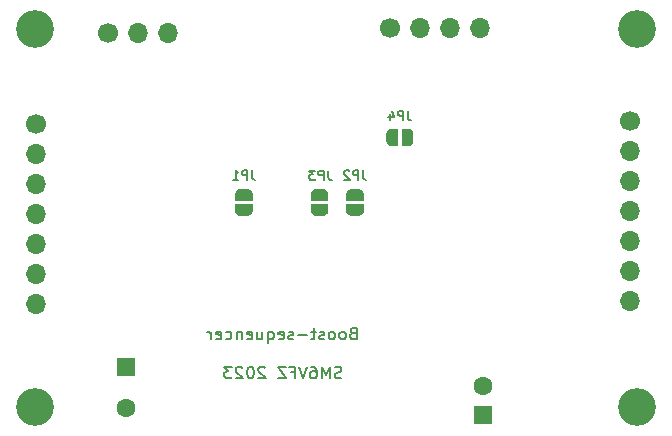
<source format=gbr>
%TF.GenerationSoftware,KiCad,Pcbnew,5.1.12-84ad8e8a86~92~ubuntu20.04.1*%
%TF.CreationDate,2023-10-24T12:46:34+02:00*%
%TF.ProjectId,boost_sequencer,626f6f73-745f-4736-9571-75656e636572,rev?*%
%TF.SameCoordinates,Original*%
%TF.FileFunction,Soldermask,Bot*%
%TF.FilePolarity,Negative*%
%FSLAX46Y46*%
G04 Gerber Fmt 4.6, Leading zero omitted, Abs format (unit mm)*
G04 Created by KiCad (PCBNEW 5.1.12-84ad8e8a86~92~ubuntu20.04.1) date 2023-10-24 12:46:34*
%MOMM*%
%LPD*%
G01*
G04 APERTURE LIST*
%ADD10C,0.150000*%
%ADD11O,1.700000X1.700000*%
%ADD12C,1.700000*%
%ADD13C,3.200000*%
%ADD14C,0.100000*%
%ADD15C,1.600000*%
%ADD16R,1.600000X1.600000*%
G04 APERTURE END LIST*
D10*
X395928571Y-133278571D02*
X395785714Y-133326190D01*
X395738095Y-133373809D01*
X395690476Y-133469047D01*
X395690476Y-133611904D01*
X395738095Y-133707142D01*
X395785714Y-133754761D01*
X395880952Y-133802380D01*
X396261904Y-133802380D01*
X396261904Y-132802380D01*
X395928571Y-132802380D01*
X395833333Y-132850000D01*
X395785714Y-132897619D01*
X395738095Y-132992857D01*
X395738095Y-133088095D01*
X395785714Y-133183333D01*
X395833333Y-133230952D01*
X395928571Y-133278571D01*
X396261904Y-133278571D01*
X395119047Y-133802380D02*
X395214285Y-133754761D01*
X395261904Y-133707142D01*
X395309523Y-133611904D01*
X395309523Y-133326190D01*
X395261904Y-133230952D01*
X395214285Y-133183333D01*
X395119047Y-133135714D01*
X394976190Y-133135714D01*
X394880952Y-133183333D01*
X394833333Y-133230952D01*
X394785714Y-133326190D01*
X394785714Y-133611904D01*
X394833333Y-133707142D01*
X394880952Y-133754761D01*
X394976190Y-133802380D01*
X395119047Y-133802380D01*
X394214285Y-133802380D02*
X394309523Y-133754761D01*
X394357142Y-133707142D01*
X394404761Y-133611904D01*
X394404761Y-133326190D01*
X394357142Y-133230952D01*
X394309523Y-133183333D01*
X394214285Y-133135714D01*
X394071428Y-133135714D01*
X393976190Y-133183333D01*
X393928571Y-133230952D01*
X393880952Y-133326190D01*
X393880952Y-133611904D01*
X393928571Y-133707142D01*
X393976190Y-133754761D01*
X394071428Y-133802380D01*
X394214285Y-133802380D01*
X393500000Y-133754761D02*
X393404761Y-133802380D01*
X393214285Y-133802380D01*
X393119047Y-133754761D01*
X393071428Y-133659523D01*
X393071428Y-133611904D01*
X393119047Y-133516666D01*
X393214285Y-133469047D01*
X393357142Y-133469047D01*
X393452380Y-133421428D01*
X393500000Y-133326190D01*
X393500000Y-133278571D01*
X393452380Y-133183333D01*
X393357142Y-133135714D01*
X393214285Y-133135714D01*
X393119047Y-133183333D01*
X392785714Y-133135714D02*
X392404761Y-133135714D01*
X392642857Y-132802380D02*
X392642857Y-133659523D01*
X392595238Y-133754761D01*
X392500000Y-133802380D01*
X392404761Y-133802380D01*
X392071428Y-133421428D02*
X391309523Y-133421428D01*
X390880952Y-133754761D02*
X390785714Y-133802380D01*
X390595238Y-133802380D01*
X390500000Y-133754761D01*
X390452380Y-133659523D01*
X390452380Y-133611904D01*
X390500000Y-133516666D01*
X390595238Y-133469047D01*
X390738095Y-133469047D01*
X390833333Y-133421428D01*
X390880952Y-133326190D01*
X390880952Y-133278571D01*
X390833333Y-133183333D01*
X390738095Y-133135714D01*
X390595238Y-133135714D01*
X390500000Y-133183333D01*
X389642857Y-133754761D02*
X389738095Y-133802380D01*
X389928571Y-133802380D01*
X390023809Y-133754761D01*
X390071428Y-133659523D01*
X390071428Y-133278571D01*
X390023809Y-133183333D01*
X389928571Y-133135714D01*
X389738095Y-133135714D01*
X389642857Y-133183333D01*
X389595238Y-133278571D01*
X389595238Y-133373809D01*
X390071428Y-133469047D01*
X388738095Y-133135714D02*
X388738095Y-134135714D01*
X388738095Y-133754761D02*
X388833333Y-133802380D01*
X389023809Y-133802380D01*
X389119047Y-133754761D01*
X389166666Y-133707142D01*
X389214285Y-133611904D01*
X389214285Y-133326190D01*
X389166666Y-133230952D01*
X389119047Y-133183333D01*
X389023809Y-133135714D01*
X388833333Y-133135714D01*
X388738095Y-133183333D01*
X387833333Y-133135714D02*
X387833333Y-133802380D01*
X388261904Y-133135714D02*
X388261904Y-133659523D01*
X388214285Y-133754761D01*
X388119047Y-133802380D01*
X387976190Y-133802380D01*
X387880952Y-133754761D01*
X387833333Y-133707142D01*
X386976190Y-133754761D02*
X387071428Y-133802380D01*
X387261904Y-133802380D01*
X387357142Y-133754761D01*
X387404761Y-133659523D01*
X387404761Y-133278571D01*
X387357142Y-133183333D01*
X387261904Y-133135714D01*
X387071428Y-133135714D01*
X386976190Y-133183333D01*
X386928571Y-133278571D01*
X386928571Y-133373809D01*
X387404761Y-133469047D01*
X386500000Y-133135714D02*
X386500000Y-133802380D01*
X386500000Y-133230952D02*
X386452380Y-133183333D01*
X386357142Y-133135714D01*
X386214285Y-133135714D01*
X386119047Y-133183333D01*
X386071428Y-133278571D01*
X386071428Y-133802380D01*
X385166666Y-133754761D02*
X385261904Y-133802380D01*
X385452380Y-133802380D01*
X385547619Y-133754761D01*
X385595238Y-133707142D01*
X385642857Y-133611904D01*
X385642857Y-133326190D01*
X385595238Y-133230952D01*
X385547619Y-133183333D01*
X385452380Y-133135714D01*
X385261904Y-133135714D01*
X385166666Y-133183333D01*
X384357142Y-133754761D02*
X384452380Y-133802380D01*
X384642857Y-133802380D01*
X384738095Y-133754761D01*
X384785714Y-133659523D01*
X384785714Y-133278571D01*
X384738095Y-133183333D01*
X384642857Y-133135714D01*
X384452380Y-133135714D01*
X384357142Y-133183333D01*
X384309523Y-133278571D01*
X384309523Y-133373809D01*
X384785714Y-133469047D01*
X383880952Y-133802380D02*
X383880952Y-133135714D01*
X383880952Y-133326190D02*
X383833333Y-133230952D01*
X383785714Y-133183333D01*
X383690476Y-133135714D01*
X383595238Y-133135714D01*
X394952380Y-137054761D02*
X394809523Y-137102380D01*
X394571428Y-137102380D01*
X394476190Y-137054761D01*
X394428571Y-137007142D01*
X394380952Y-136911904D01*
X394380952Y-136816666D01*
X394428571Y-136721428D01*
X394476190Y-136673809D01*
X394571428Y-136626190D01*
X394761904Y-136578571D01*
X394857142Y-136530952D01*
X394904761Y-136483333D01*
X394952380Y-136388095D01*
X394952380Y-136292857D01*
X394904761Y-136197619D01*
X394857142Y-136150000D01*
X394761904Y-136102380D01*
X394523809Y-136102380D01*
X394380952Y-136150000D01*
X393952380Y-137102380D02*
X393952380Y-136102380D01*
X393619047Y-136816666D01*
X393285714Y-136102380D01*
X393285714Y-137102380D01*
X392380952Y-136102380D02*
X392571428Y-136102380D01*
X392666666Y-136150000D01*
X392714285Y-136197619D01*
X392809523Y-136340476D01*
X392857142Y-136530952D01*
X392857142Y-136911904D01*
X392809523Y-137007142D01*
X392761904Y-137054761D01*
X392666666Y-137102380D01*
X392476190Y-137102380D01*
X392380952Y-137054761D01*
X392333333Y-137007142D01*
X392285714Y-136911904D01*
X392285714Y-136673809D01*
X392333333Y-136578571D01*
X392380952Y-136530952D01*
X392476190Y-136483333D01*
X392666666Y-136483333D01*
X392761904Y-136530952D01*
X392809523Y-136578571D01*
X392857142Y-136673809D01*
X392000000Y-136102380D02*
X391666666Y-137102380D01*
X391333333Y-136102380D01*
X390666666Y-136578571D02*
X391000000Y-136578571D01*
X391000000Y-137102380D02*
X391000000Y-136102380D01*
X390523809Y-136102380D01*
X390238095Y-136102380D02*
X389571428Y-136102380D01*
X390238095Y-137102380D01*
X389571428Y-137102380D01*
X388476190Y-136197619D02*
X388428571Y-136150000D01*
X388333333Y-136102380D01*
X388095238Y-136102380D01*
X388000000Y-136150000D01*
X387952380Y-136197619D01*
X387904761Y-136292857D01*
X387904761Y-136388095D01*
X387952380Y-136530952D01*
X388523809Y-137102380D01*
X387904761Y-137102380D01*
X387285714Y-136102380D02*
X387190476Y-136102380D01*
X387095238Y-136150000D01*
X387047619Y-136197619D01*
X387000000Y-136292857D01*
X386952380Y-136483333D01*
X386952380Y-136721428D01*
X387000000Y-136911904D01*
X387047619Y-137007142D01*
X387095238Y-137054761D01*
X387190476Y-137102380D01*
X387285714Y-137102380D01*
X387380952Y-137054761D01*
X387428571Y-137007142D01*
X387476190Y-136911904D01*
X387523809Y-136721428D01*
X387523809Y-136483333D01*
X387476190Y-136292857D01*
X387428571Y-136197619D01*
X387380952Y-136150000D01*
X387285714Y-136102380D01*
X386571428Y-136197619D02*
X386523809Y-136150000D01*
X386428571Y-136102380D01*
X386190476Y-136102380D01*
X386095238Y-136150000D01*
X386047619Y-136197619D01*
X386000000Y-136292857D01*
X386000000Y-136388095D01*
X386047619Y-136530952D01*
X386619047Y-137102380D01*
X386000000Y-137102380D01*
X385666666Y-136102380D02*
X385047619Y-136102380D01*
X385380952Y-136483333D01*
X385238095Y-136483333D01*
X385142857Y-136530952D01*
X385095238Y-136578571D01*
X385047619Y-136673809D01*
X385047619Y-136911904D01*
X385095238Y-137007142D01*
X385142857Y-137054761D01*
X385238095Y-137102380D01*
X385523809Y-137102380D01*
X385619047Y-137054761D01*
X385666666Y-137007142D01*
%TO.C,JP2*%
X396766666Y-119475904D02*
X396766666Y-120047333D01*
X396804761Y-120161619D01*
X396880952Y-120237809D01*
X396995238Y-120275904D01*
X397071428Y-120275904D01*
X396385714Y-120275904D02*
X396385714Y-119475904D01*
X396080952Y-119475904D01*
X396004761Y-119514000D01*
X395966666Y-119552095D01*
X395928571Y-119628285D01*
X395928571Y-119742571D01*
X395966666Y-119818761D01*
X396004761Y-119856857D01*
X396080952Y-119894952D01*
X396385714Y-119894952D01*
X395623809Y-119552095D02*
X395585714Y-119514000D01*
X395509523Y-119475904D01*
X395319047Y-119475904D01*
X395242857Y-119514000D01*
X395204761Y-119552095D01*
X395166666Y-119628285D01*
X395166666Y-119704476D01*
X395204761Y-119818761D01*
X395661904Y-120275904D01*
X395166666Y-120275904D01*
%TO.C,JP4*%
X400566666Y-114461904D02*
X400566666Y-115033333D01*
X400604761Y-115147619D01*
X400680952Y-115223809D01*
X400795238Y-115261904D01*
X400871428Y-115261904D01*
X400185714Y-115261904D02*
X400185714Y-114461904D01*
X399880952Y-114461904D01*
X399804761Y-114500000D01*
X399766666Y-114538095D01*
X399728571Y-114614285D01*
X399728571Y-114728571D01*
X399766666Y-114804761D01*
X399804761Y-114842857D01*
X399880952Y-114880952D01*
X400185714Y-114880952D01*
X399042857Y-114728571D02*
X399042857Y-115261904D01*
X399233333Y-114423809D02*
X399423809Y-114995238D01*
X398928571Y-114995238D01*
%TO.C,JP3*%
X393836666Y-119501904D02*
X393836666Y-120073333D01*
X393874761Y-120187619D01*
X393950952Y-120263809D01*
X394065238Y-120301904D01*
X394141428Y-120301904D01*
X393455714Y-120301904D02*
X393455714Y-119501904D01*
X393150952Y-119501904D01*
X393074761Y-119540000D01*
X393036666Y-119578095D01*
X392998571Y-119654285D01*
X392998571Y-119768571D01*
X393036666Y-119844761D01*
X393074761Y-119882857D01*
X393150952Y-119920952D01*
X393455714Y-119920952D01*
X392731904Y-119501904D02*
X392236666Y-119501904D01*
X392503333Y-119806666D01*
X392389047Y-119806666D01*
X392312857Y-119844761D01*
X392274761Y-119882857D01*
X392236666Y-119959047D01*
X392236666Y-120149523D01*
X392274761Y-120225714D01*
X392312857Y-120263809D01*
X392389047Y-120301904D01*
X392617619Y-120301904D01*
X392693809Y-120263809D01*
X392731904Y-120225714D01*
%TO.C,JP1*%
X387366666Y-119475904D02*
X387366666Y-120047333D01*
X387404761Y-120161619D01*
X387480952Y-120237809D01*
X387595238Y-120275904D01*
X387671428Y-120275904D01*
X386985714Y-120275904D02*
X386985714Y-119475904D01*
X386680952Y-119475904D01*
X386604761Y-119514000D01*
X386566666Y-119552095D01*
X386528571Y-119628285D01*
X386528571Y-119742571D01*
X386566666Y-119818761D01*
X386604761Y-119856857D01*
X386680952Y-119894952D01*
X386985714Y-119894952D01*
X385766666Y-120275904D02*
X386223809Y-120275904D01*
X385995238Y-120275904D02*
X385995238Y-119475904D01*
X386071428Y-119590190D01*
X386147619Y-119666380D01*
X386223809Y-119704476D01*
%TD*%
D11*
%TO.C,J2*%
X380280000Y-107900000D03*
X377740000Y-107900000D03*
D12*
X375200000Y-107900000D03*
%TD*%
D11*
%TO.C,J4*%
X419354000Y-130556000D03*
X419354000Y-128016000D03*
X419354000Y-125476000D03*
X419354000Y-122936000D03*
X419354000Y-120396000D03*
X419354000Y-117856000D03*
D12*
X419354000Y-115316000D03*
%TD*%
D11*
%TO.C,J1*%
X369062000Y-130810000D03*
X369062000Y-128270000D03*
X369062000Y-125730000D03*
X369062000Y-123190000D03*
X369062000Y-120650000D03*
X369062000Y-118110000D03*
D12*
X369062000Y-115570000D03*
%TD*%
D11*
%TO.C,J3*%
X406654000Y-107442000D03*
X404114000Y-107442000D03*
X401574000Y-107442000D03*
D12*
X399034000Y-107442000D03*
%TD*%
D13*
%TO.C,REF\u002A\u002A*%
X420000000Y-107500000D03*
%TD*%
%TO.C,REF\u002A\u002A*%
X369000000Y-139500000D03*
%TD*%
D14*
%TO.C,JP2*%
G36*
X396849398Y-122850000D02*
G01*
X396849398Y-122874534D01*
X396844588Y-122923365D01*
X396835016Y-122971490D01*
X396820772Y-123018445D01*
X396801995Y-123063778D01*
X396778864Y-123107051D01*
X396751604Y-123147850D01*
X396720476Y-123185779D01*
X396685779Y-123220476D01*
X396647850Y-123251604D01*
X396607051Y-123278864D01*
X396563778Y-123301995D01*
X396518445Y-123320772D01*
X396471490Y-123335016D01*
X396423365Y-123344588D01*
X396374534Y-123349398D01*
X396350000Y-123349398D01*
X396350000Y-123350000D01*
X395850000Y-123350000D01*
X395850000Y-123349398D01*
X395825466Y-123349398D01*
X395776635Y-123344588D01*
X395728510Y-123335016D01*
X395681555Y-123320772D01*
X395636222Y-123301995D01*
X395592949Y-123278864D01*
X395552150Y-123251604D01*
X395514221Y-123220476D01*
X395479524Y-123185779D01*
X395448396Y-123147850D01*
X395421136Y-123107051D01*
X395398005Y-123063778D01*
X395379228Y-123018445D01*
X395364984Y-122971490D01*
X395355412Y-122923365D01*
X395350602Y-122874534D01*
X395350602Y-122850000D01*
X395350000Y-122850000D01*
X395350000Y-122350000D01*
X396850000Y-122350000D01*
X396850000Y-122850000D01*
X396849398Y-122850000D01*
G37*
G36*
X395350000Y-122050000D02*
G01*
X395350000Y-121550000D01*
X395350602Y-121550000D01*
X395350602Y-121525466D01*
X395355412Y-121476635D01*
X395364984Y-121428510D01*
X395379228Y-121381555D01*
X395398005Y-121336222D01*
X395421136Y-121292949D01*
X395448396Y-121252150D01*
X395479524Y-121214221D01*
X395514221Y-121179524D01*
X395552150Y-121148396D01*
X395592949Y-121121136D01*
X395636222Y-121098005D01*
X395681555Y-121079228D01*
X395728510Y-121064984D01*
X395776635Y-121055412D01*
X395825466Y-121050602D01*
X395850000Y-121050602D01*
X395850000Y-121050000D01*
X396350000Y-121050000D01*
X396350000Y-121050602D01*
X396374534Y-121050602D01*
X396423365Y-121055412D01*
X396471490Y-121064984D01*
X396518445Y-121079228D01*
X396563778Y-121098005D01*
X396607051Y-121121136D01*
X396647850Y-121148396D01*
X396685779Y-121179524D01*
X396720476Y-121214221D01*
X396751604Y-121252150D01*
X396778864Y-121292949D01*
X396801995Y-121336222D01*
X396820772Y-121381555D01*
X396835016Y-121428510D01*
X396844588Y-121476635D01*
X396849398Y-121525466D01*
X396849398Y-121550000D01*
X396850000Y-121550000D01*
X396850000Y-122050000D01*
X395350000Y-122050000D01*
G37*
%TD*%
%TO.C,JP4*%
G36*
X399250000Y-117449398D02*
G01*
X399225466Y-117449398D01*
X399176635Y-117444588D01*
X399128510Y-117435016D01*
X399081555Y-117420772D01*
X399036222Y-117401995D01*
X398992949Y-117378864D01*
X398952150Y-117351604D01*
X398914221Y-117320476D01*
X398879524Y-117285779D01*
X398848396Y-117247850D01*
X398821136Y-117207051D01*
X398798005Y-117163778D01*
X398779228Y-117118445D01*
X398764984Y-117071490D01*
X398755412Y-117023365D01*
X398750602Y-116974534D01*
X398750602Y-116950000D01*
X398750000Y-116950000D01*
X398750000Y-116450000D01*
X398750602Y-116450000D01*
X398750602Y-116425466D01*
X398755412Y-116376635D01*
X398764984Y-116328510D01*
X398779228Y-116281555D01*
X398798005Y-116236222D01*
X398821136Y-116192949D01*
X398848396Y-116152150D01*
X398879524Y-116114221D01*
X398914221Y-116079524D01*
X398952150Y-116048396D01*
X398992949Y-116021136D01*
X399036222Y-115998005D01*
X399081555Y-115979228D01*
X399128510Y-115964984D01*
X399176635Y-115955412D01*
X399225466Y-115950602D01*
X399250000Y-115950602D01*
X399250000Y-115950000D01*
X399750000Y-115950000D01*
X399750000Y-117450000D01*
X399250000Y-117450000D01*
X399250000Y-117449398D01*
G37*
G36*
X400050000Y-115950000D02*
G01*
X400550000Y-115950000D01*
X400550000Y-115950602D01*
X400574534Y-115950602D01*
X400623365Y-115955412D01*
X400671490Y-115964984D01*
X400718445Y-115979228D01*
X400763778Y-115998005D01*
X400807051Y-116021136D01*
X400847850Y-116048396D01*
X400885779Y-116079524D01*
X400920476Y-116114221D01*
X400951604Y-116152150D01*
X400978864Y-116192949D01*
X401001995Y-116236222D01*
X401020772Y-116281555D01*
X401035016Y-116328510D01*
X401044588Y-116376635D01*
X401049398Y-116425466D01*
X401049398Y-116450000D01*
X401050000Y-116450000D01*
X401050000Y-116950000D01*
X401049398Y-116950000D01*
X401049398Y-116974534D01*
X401044588Y-117023365D01*
X401035016Y-117071490D01*
X401020772Y-117118445D01*
X401001995Y-117163778D01*
X400978864Y-117207051D01*
X400951604Y-117247850D01*
X400920476Y-117285779D01*
X400885779Y-117320476D01*
X400847850Y-117351604D01*
X400807051Y-117378864D01*
X400763778Y-117401995D01*
X400718445Y-117420772D01*
X400671490Y-117435016D01*
X400623365Y-117444588D01*
X400574534Y-117449398D01*
X400550000Y-117449398D01*
X400550000Y-117450000D01*
X400050000Y-117450000D01*
X400050000Y-115950000D01*
G37*
%TD*%
%TO.C,JP3*%
G36*
X393849398Y-122850000D02*
G01*
X393849398Y-122874534D01*
X393844588Y-122923365D01*
X393835016Y-122971490D01*
X393820772Y-123018445D01*
X393801995Y-123063778D01*
X393778864Y-123107051D01*
X393751604Y-123147850D01*
X393720476Y-123185779D01*
X393685779Y-123220476D01*
X393647850Y-123251604D01*
X393607051Y-123278864D01*
X393563778Y-123301995D01*
X393518445Y-123320772D01*
X393471490Y-123335016D01*
X393423365Y-123344588D01*
X393374534Y-123349398D01*
X393350000Y-123349398D01*
X393350000Y-123350000D01*
X392850000Y-123350000D01*
X392850000Y-123349398D01*
X392825466Y-123349398D01*
X392776635Y-123344588D01*
X392728510Y-123335016D01*
X392681555Y-123320772D01*
X392636222Y-123301995D01*
X392592949Y-123278864D01*
X392552150Y-123251604D01*
X392514221Y-123220476D01*
X392479524Y-123185779D01*
X392448396Y-123147850D01*
X392421136Y-123107051D01*
X392398005Y-123063778D01*
X392379228Y-123018445D01*
X392364984Y-122971490D01*
X392355412Y-122923365D01*
X392350602Y-122874534D01*
X392350602Y-122850000D01*
X392350000Y-122850000D01*
X392350000Y-122350000D01*
X393850000Y-122350000D01*
X393850000Y-122850000D01*
X393849398Y-122850000D01*
G37*
G36*
X392350000Y-122050000D02*
G01*
X392350000Y-121550000D01*
X392350602Y-121550000D01*
X392350602Y-121525466D01*
X392355412Y-121476635D01*
X392364984Y-121428510D01*
X392379228Y-121381555D01*
X392398005Y-121336222D01*
X392421136Y-121292949D01*
X392448396Y-121252150D01*
X392479524Y-121214221D01*
X392514221Y-121179524D01*
X392552150Y-121148396D01*
X392592949Y-121121136D01*
X392636222Y-121098005D01*
X392681555Y-121079228D01*
X392728510Y-121064984D01*
X392776635Y-121055412D01*
X392825466Y-121050602D01*
X392850000Y-121050602D01*
X392850000Y-121050000D01*
X393350000Y-121050000D01*
X393350000Y-121050602D01*
X393374534Y-121050602D01*
X393423365Y-121055412D01*
X393471490Y-121064984D01*
X393518445Y-121079228D01*
X393563778Y-121098005D01*
X393607051Y-121121136D01*
X393647850Y-121148396D01*
X393685779Y-121179524D01*
X393720476Y-121214221D01*
X393751604Y-121252150D01*
X393778864Y-121292949D01*
X393801995Y-121336222D01*
X393820772Y-121381555D01*
X393835016Y-121428510D01*
X393844588Y-121476635D01*
X393849398Y-121525466D01*
X393849398Y-121550000D01*
X393850000Y-121550000D01*
X393850000Y-122050000D01*
X392350000Y-122050000D01*
G37*
%TD*%
%TO.C,JP1*%
G36*
X387449398Y-122850000D02*
G01*
X387449398Y-122874534D01*
X387444588Y-122923365D01*
X387435016Y-122971490D01*
X387420772Y-123018445D01*
X387401995Y-123063778D01*
X387378864Y-123107051D01*
X387351604Y-123147850D01*
X387320476Y-123185779D01*
X387285779Y-123220476D01*
X387247850Y-123251604D01*
X387207051Y-123278864D01*
X387163778Y-123301995D01*
X387118445Y-123320772D01*
X387071490Y-123335016D01*
X387023365Y-123344588D01*
X386974534Y-123349398D01*
X386950000Y-123349398D01*
X386950000Y-123350000D01*
X386450000Y-123350000D01*
X386450000Y-123349398D01*
X386425466Y-123349398D01*
X386376635Y-123344588D01*
X386328510Y-123335016D01*
X386281555Y-123320772D01*
X386236222Y-123301995D01*
X386192949Y-123278864D01*
X386152150Y-123251604D01*
X386114221Y-123220476D01*
X386079524Y-123185779D01*
X386048396Y-123147850D01*
X386021136Y-123107051D01*
X385998005Y-123063778D01*
X385979228Y-123018445D01*
X385964984Y-122971490D01*
X385955412Y-122923365D01*
X385950602Y-122874534D01*
X385950602Y-122850000D01*
X385950000Y-122850000D01*
X385950000Y-122350000D01*
X387450000Y-122350000D01*
X387450000Y-122850000D01*
X387449398Y-122850000D01*
G37*
G36*
X385950000Y-122050000D02*
G01*
X385950000Y-121550000D01*
X385950602Y-121550000D01*
X385950602Y-121525466D01*
X385955412Y-121476635D01*
X385964984Y-121428510D01*
X385979228Y-121381555D01*
X385998005Y-121336222D01*
X386021136Y-121292949D01*
X386048396Y-121252150D01*
X386079524Y-121214221D01*
X386114221Y-121179524D01*
X386152150Y-121148396D01*
X386192949Y-121121136D01*
X386236222Y-121098005D01*
X386281555Y-121079228D01*
X386328510Y-121064984D01*
X386376635Y-121055412D01*
X386425466Y-121050602D01*
X386450000Y-121050602D01*
X386450000Y-121050000D01*
X386950000Y-121050000D01*
X386950000Y-121050602D01*
X386974534Y-121050602D01*
X387023365Y-121055412D01*
X387071490Y-121064984D01*
X387118445Y-121079228D01*
X387163778Y-121098005D01*
X387207051Y-121121136D01*
X387247850Y-121148396D01*
X387285779Y-121179524D01*
X387320476Y-121214221D01*
X387351604Y-121252150D01*
X387378864Y-121292949D01*
X387401995Y-121336222D01*
X387420772Y-121381555D01*
X387435016Y-121428510D01*
X387444588Y-121476635D01*
X387449398Y-121525466D01*
X387449398Y-121550000D01*
X387450000Y-121550000D01*
X387450000Y-122050000D01*
X385950000Y-122050000D01*
G37*
%TD*%
D13*
%TO.C,REF\u002A\u002A*%
X420000000Y-139500000D03*
%TD*%
%TO.C,REF\u002A\u002A*%
X369000000Y-107500000D03*
%TD*%
D15*
%TO.C,C4*%
X406908000Y-137708000D03*
D16*
X406908000Y-140208000D03*
%TD*%
D15*
%TO.C,C2*%
X376682000Y-139644000D03*
D16*
X376682000Y-136144000D03*
%TD*%
M02*

</source>
